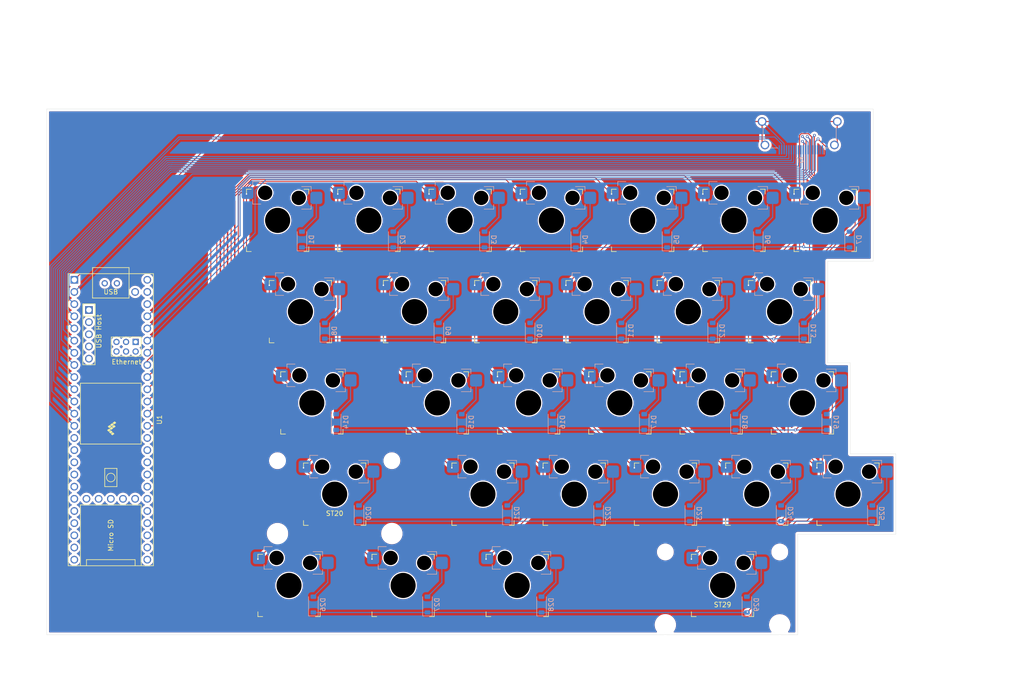
<source format=kicad_pcb>
(kicad_pcb (version 20240108) (generator "pcbnew") (generator_version "8.0")
  (layers (0 "F.Cu" signal) (31 "B.Cu" signal) (34 "B.Paste" user) (35 "F.Paste" user) (36 "B.SilkS" user "B.Silkscreen") (37 "F.SilkS" user "F.Silkscreen") (38 "B.Mask" user) (39 "F.Mask" user) (44 "Edge.Cuts" user))
  (net 0 "")
  (net 1 "COL0")
  (net 2 "COL1")
  (net 3 "COL2")
  (net 4 "COL3")
  (net 5 "COL4")
  (net 6 "COL5")
  (net 7 "COL6")
  (net 8 "N$1")
  (net 9 "N$10")
  (net 10 "N$11")
  (net 11 "N$12")
  (net 12 "N$13")
  (net 13 "N$14")
  (net 14 "N$15")
  (net 15 "N$16")
  (net 16 "N$17")
  (net 17 "N$18")
  (net 18 "N$19")
  (net 19 "N$2")
  (net 20 "N$20")
  (net 21 "N$21")
  (net 22 "N$22")
  (net 23 "N$23")
  (net 24 "N$24")
  (net 25 "N$25")
  (net 26 "N$26")
  (net 27 "N$27")
  (net 28 "N$28")
  (net 29 "N$29")
  (net 30 "N$3")
  (net 31 "N$4")
  (net 32 "N$5")
  (net 33 "N$6")
  (net 34 "N$7")
  (net 35 "N$8")
  (net 36 "N$9")
  (net 37 "ROW0")
  (net 38 "ROW1")
  (net 39 "ROW2")
  (net 40 "ROW3")
  (net 41 "ROW4")
  (net 43 "RCOL4")
  (net 44 "GND")
  (net 45 "RCOL0")
  (net 46 "RCOL6")
  (net 49 "RCOL7")
  (net 50 "RCOL8")
  (net 51 "RCOL1")
  (net 52 "RCOL5")
  (net 53 "RCOL2")
  (net 54 "RCOL3")
  (net 55 "RCOL9")
  (footprint "key-switches:SW_Gateron_LowProfile_HotSwap_Good" (layer "F.Cu") (at 116.4375 114.95)
    (property "Reference" "SW28" (hide yes))
    (property "Value" "SW_Push" (hide yes))
  )
  (footprint "key-switches:SW_Gateron_LowProfile_HotSwap_Good" (layer "F.Cu") (at 114.05625 57.8)
    (property "Reference" "SW10" (hide yes))
    (property "Value" "SW_Push" (hide yes))
  )
  (footprint "key-switches:SW_Gateron_LowProfile_HotSwap_Good" (layer "F.Cu") (at 123.58125 38.75)
    (property "Reference" "SW4" (hide yes))
    (property "Value" "SW_Push" (hide yes))
  )
  (footprint "key-switches:SW_Gateron_LowProfile_HotSwap_Good" (layer "F.Cu") (at 66.43125 38.75)
    (property "Reference" "SW1" (hide yes))
    (property "Value" "SW_Push" (hide yes))
  )
  (footprint "key-switches:SW_Gateron_LowProfile_HotSwap_Good" (layer "F.Cu") (at 128.34375 95.9)
    (property "Reference" "SW22" (hide yes))
    (property "Value" "SW_Push" (hide yes))
  )
  (footprint "key-switches:SW_Gateron_LowProfile_HotSwap_Good" (layer "F.Cu") (at 71.19375 57.8)
    (property "Reference" "SW8" (hide yes))
    (property "Value" "SW_Push" (hide yes))
  )
  (footprint "Stabilizer_Cherry_MX_2.00u" (layer "F.Cu") (at 159.3 114.95)
    (property "Reference" "ST29")
    (property "Value" "MountingHole" (hide yes))
  )
  (footprint "key-switches:SW_Gateron_LowProfile_HotSwap_Good" (layer "F.Cu") (at 159.3 114.95)
    (property "Reference" "SW29" (hide yes))
    (property "Value" "SW_Push" (hide yes))
  )
  (footprint "key-switches:SW_Gateron_LowProfile_HotSwap_Good" (layer "F.Cu") (at 73.575 76.85)
    (property "Reference" "SW14" (hide yes))
    (property "Value" "SW_Push" (hide yes))
  )
  (footprint "key-switches:SW_Gateron_LowProfile_HotSwap_Good" (layer "F.Cu") (at 166.44375 95.9)
    (property "Reference" "SW24" (hide yes))
    (property "Value" "SW_Push" (hide yes))
  )
  (footprint "key-switches:SW_Gateron_LowProfile_HotSwap_Good" (layer "F.Cu") (at 92.625 114.95)
    (property "Reference" "SW27" (hide yes))
    (property "Value" "SW_Push" (hide yes))
  )
  (footprint "key-switches:SW_Gateron_LowProfile_HotSwap_Good" (layer "F.Cu") (at 118.81875 76.85)
    (property "Reference" "SW16" (hide yes))
    (property "Value" "SW_Push" (hide yes))
  )
  (footprint "key-switches:SW_Gateron_LowProfile_HotSwap_Good" (layer "F.Cu") (at 156.91875 76.85)
    (property "Reference" "SW18" (hide yes))
    (property "Value" "SW_Push" (hide yes))
  )
  (footprint "key-switches:SW_Gateron_LowProfile_HotSwap_Good" (layer "F.Cu") (at 161.68125 38.75)
    (property "Reference" "SW6" (hide yes))
    (property "Value" "SW_Push" (hide yes))
  )
  (footprint "key-switches:SW_Gateron_LowProfile_HotSwap_Good" (layer "F.Cu") (at 99.76875 76.85)
    (property "Reference" "SW15" (hide yes))
    (property "Value" "SW_Push" (hide yes))
  )
  (footprint "key-switches:SW_Gateron_LowProfile_HotSwap_Good" (layer "F.Cu") (at 180.73125 38.75)
    (property "Reference" "SW7" (hide yes))
    (property "Value" "SW_Push" (hide yes))
  )
  (footprint "key-switches:SW_Gateron_LowProfile_HotSwap_Good" (layer "F.Cu") (at 68.8125 114.95)
    (property "Reference" "SW26" (hide yes))
    (property "Value" "SW_Push" (hide yes))
  )
  (footprint "key-switches:SW_Gateron_LowProfile_HotSwap_Good" (layer "F.Cu") (at 85.48125 38.75)
    (property "Reference" "SW2" (hide yes))
    (property "Value" "SW_Push" (hide yes))
  )
  (footprint "key-switches:SW_Gateron_LowProfile_HotSwap_Good" (layer "F.Cu") (at 152.15625 57.8)
    (property "Reference" "SW12" (hide yes))
    (property "Value" "SW_Push" (hide yes))
  )
  (footprint "key-switches:SW_Gateron_LowProfile_HotSwap_Good" (layer "F.Cu") (at 175.96875 76.85)
    (property "Reference" "SW19" (hide yes))
    (property "Value" "SW_Push" (hide yes))
  )
  (footprint "key-switches:SW_Gateron_LowProfile_HotSwap_Good" (layer "F.Cu") (at 78.3375 95.9)
    (property "Reference" "SW20" (hide yes))
    (property "Value" "SW_Push" (hide yes))
  )
  (footprint "key-switches:SW_Gateron_LowProfile_HotSwap_Good" (layer "F.Cu") (at 137.86875 76.85)
    (property "Reference" "SW17" (hide yes))
    (property "Value" "SW_Push" (hide yes))
  )
  (footprint "key-switches:SW_Gateron_LowProfile_HotSwap_Good" (layer "F.Cu") (at 185.49375 95.9)
    (property "Reference" "SW25" (hide yes))
    (property "Value" "SW_Push" (hide yes))
  )
  (footprint "teensy:Teensy41" (layer "F.Cu") (at 31.61125 80.36 -90)
    (property "Reference" "U1")
    (property "Value" "Teensy4.1")
  )
  (footprint "key-switches:SW_Gateron_LowProfile_HotSwap_Good" (layer "F.Cu") (at 142.63125 38.75)
    (property "Reference" "SW5" (hide yes))
    (property "Value" "SW_Push" (hide yes))
  )
  (footprint "key-switches:SW_Gateron_LowProfile_HotSwap_Good" (layer "F.Cu") (at 95.00625 57.8)
    (property "Reference" "SW9" (hide yes))
    (property "Value" "SW_Push" (hide yes))
  )
  (footprint "key-switches:SW_Gateron_LowProfile_HotSwap_Good" (layer "F.Cu") (at 133.10625 57.8)
    (property "Reference" "SW11" (hide yes))
    (property "Value" "SW_Push" (hide yes))
  )
  (footprint "Stabilizer_Cherry_MX_2.00u" (layer "F.Cu") (at 78.3375 95.9)
    (property "Reference" "ST20")
    (property "Value" "MountingHole" (hide yes))
  )
  (footprint "key-switches:SW_Gateron_LowProfile_HotSwap_Good" (layer "F.Cu") (at 171.20625 57.8)
    (property "Reference" "SW13" (hide yes))
    (property "Value" "SW_Push" (hide yes))
  )
  (footprint "key-switches:SW_Gateron_LowProfile_HotSwap_Good" (layer "F.Cu") (at 147.39375 95.9)
    (property "Reference" "SW23" (hide yes))
    (property "Value" "SW_Push" (hide yes))
  )
  (footprint "key-switches:SW_Gateron_LowProfile_HotSwap_Good" (layer "F.Cu") (at 104.53125 38.75)
    (property "Reference" "SW3" (hide yes))
    (property "Value" "SW_Push" (hide yes))
  )
  (footprint "key-switches:SW_Gateron_LowProfile_HotSwap_Good" (layer "F.Cu") (at 109.29375 95.9)
    (property "Reference" "SW21" (hide yes))
    (property "Value" "SW_Push" (hide yes))
  )
  (footprint "D_SOD-123" (layer "B.Cu") (at 157.23625 61.8 90)
    (property "Reference" "D12")
    (property "Value" "D")
  )
  (footprint "D_SOD-123" (layer "B.Cu") (at 119.13625 61.8 90)
    (property "Reference" "D10")
    (property "Value" "D")
  )
  (footprint "D_SOD-123" (layer "B.Cu") (at 190.57375 99.9 90)
    (property "Reference" "D25")
    (property "Value" "D")
  )
  (footprint "D_SOD-123" (layer "B.Cu") (at 176.28625 61.8 90)
    (property "Reference" "D13")
    (property "Value" "D")
  )
  (footprint "D_SOD-123" (layer "B.Cu") (at 164.38 118.95 90)
    (property "Reference" "D29")
    (property "Value" "D")
  )
  (footprint "D_SOD-123" (layer "B.Cu") (at 138.18625 61.8 90)
    (property "Reference" "D11")
    (property "Value" "D")
  )
  (footprint "D_SOD-123" (layer "B.Cu") (at 73.8925 118.95 90)
    (property "Reference" "D26")
    (property "Value" "D")
  )
  (footprint "D_SOD-123" (layer "B.Cu") (at 76.27375 61.8 90)
    (property "Reference" "D8")
    (property "Value" "D")
  )
  (footprint "D_SOD-123" (layer "B.Cu") (at 78.655 80.85 90)
    (property "Reference" "D14")
    (property "Value" "D")
  )
  (footprint "D_SOD-123" (layer "B.Cu") (at 152.47375 99.9 90)
    (property "Reference" "D23")
    (property "Value" "D")
  )
  (footprint "D_SOD-123" (layer "B.Cu") (at 83.4175 99.9 90)
    (property "Reference" "D20")
    (property "Value" "D")
  )
  (footprint "D_SOD-123" (layer "B.Cu") (at 161.99875 80.85 90)
    (property "Reference" "D18")
    (property "Value" "D")
  )
  (footprint "D_SOD-123" (layer "B.Cu") (at 114.37375 99.9 90)
    (property "Reference" "D21")
    (property "Value" "D")
  )
  (footprint "D_SOD-123" (layer "B.Cu") (at 185.81125 42.75 90)
    (property "Reference" "D7")
    (property "Value" "D")
  )
  (footprint "D_SOD-123" (layer "B.Cu") (at 133.42375 99.9 90)
    (property "Reference" "D22")
    (property "Value" "D")
  )
  (footprint "D_SOD-123" (layer "B.Cu") (at 121.5175 118.95 90)
    (property "Reference" "D28")
    (property "Value" "D")
  )
  (footprint "D_SOD-123" (layer "B.Cu") (at 128.66125 42.75 90)
    (property "Reference" "D4")
    (property "Value" "D")
  )
  (footprint "D_SOD-123" (layer "B.Cu") (at 109.61125 42.75 90)
    (property "Reference" "D3")
    (property "Value" "D")
  )
  (footprint "D_SOD-123" (layer "B.Cu") (at 100.08625 61.8 90)
    (property "Reference" "D9")
    (property "Value" "D")
  )
  (footprint "Connector_Video:HDMI_A_Amphenol_10029449-x01xLF_Horizontal" (layer "B.Cu") (at 175.40125 19.01)
    (property "Reference" "J2")
    (property "Value" "HDMI_A")
  )
  (footprint "D_SOD-123" (layer "B.Cu") (at 147.71125 42.75 90)
    (property "Reference" "D5")
    (property "Value" "D")
  )
  (footprint "D_SOD-123" (layer "B.Cu") (at 142.94875 80.85 90)
    (property "Reference" "D17")
    (property "Value" "D")
  )
  (footprint "D_SOD-123" (layer "B.Cu") (at 71.51125 42.75 90)
    (property "Reference" "D1")
    (property "Value" "D")
  )
  (footprint "D_SOD-123" (layer "B.Cu") (at 90.56125 42.75 90)
    (property "Reference" "D2")
    (property "Value" "D")
  )
  (footprint "D_SOD-123" (layer "B.Cu") (at 181.04875 80.85 90)
    (property "Reference" "D19")
    (property "Value" "D")
  )
  (footprint "D_SOD-123" (layer "B.Cu") (at 123.89875 80.85 90)
    (property "Reference" "D16")
    (property "Value" "D")
  )
  (footprint "D_SOD-123" (layer "B.Cu") (at 104.84875 80.85 90)
    (property "Reference" "D15")
    (property "Value" "D")
  )
  (footprint "D_SOD-123" (layer "B.Cu") (at 171.52375 99.9 90)
    (property "Reference" "D24")
    (property "Value" "D")
  )
  (footprint "D_SOD-123" (layer "B.Cu") (at 166.76125 42.75 90)
    (property "Reference" "D6")
    (property "Value" "D")
  )
  (footprint "D_SOD-123" (layer "B.Cu") (at 97.705 118.95 90)
    (property "Reference" "D27")
    (property "Value" "D")
  )
  (gr_line (start 195.48125 87.5) (end 195.48125 104.25) (stroke (width 0.05)) (layer "Edge.Cuts"))
  (gr_line (start 190.73125 15.5) (end 30.98125 15.5) (stroke (width 0.05)) (layer "Edge.Cuts"))
  (gr_line (start 18.23125 62) (end 18.23125 15.5) (stroke (width 0.05)) (layer "Edge.Cuts"))
  (gr_line (start 190.73125 47.25) (end 181.23125 47.25) (stroke (width 0.05)) (layer "Edge.Cuts"))
  (gr_line (start 185.98125 87.5) (end 195.48125 87.5) (stroke (width 0.05)) (layer "Edge.Cuts"))
  (gr_line (start 181.23125 68.5) (end 185.98125 68.5) (stroke (width 0.05)) (layer "Edge.Cuts"))
  (gr_line (start 195.48125 104.25) (end 174.98125 104.25) (stroke (width 0.05)) (layer "Edge.Cuts"))
  (gr_line (start 18.23125 15.5) (end 30.98125 15.5) (stroke (width 0.05)) (layer "Edge.Cuts"))
  (gr_line (start 18.23125 62) (end 18.23125 125.25) (stroke (width 0.05)) (layer "Edge.Cuts"))
  (gr_line (start 181.23125 47.25) (end 181.23125 68.5) (stroke (width 0.05)) (layer "Edge.Cuts"))
  (gr_line (start 190.73125 31.75) (end 190.73125 47.25) (stroke (width 0.05)) (layer "Edge.Cuts"))
  (gr_line (start 185.98125 68.5) (end 185.98125 87.5) (stroke (width 0.05)) (layer "Edge.Cuts"))
  (gr_line (start 174.98125 104.25) (end 174.98125 125.25) (stroke (width 0.05)) (layer "Edge.Cuts"))
  (gr_line (start 174.98125 125.25) (end 51.98125 125.25) (stroke (width 0.05)) (layer "Edge.Cuts"))
  (gr_line (start 190.73125 31.75) (end 190.73125 15.5) (stroke (width 0.05)) (layer "Edge.Cuts"))
  (gr_line (start 18.23125 125.25) (end 51.98125 125.25) (stroke (width 0.05)) (layer "Edge.Cuts"))
  (segment (start 68.7434 105.40035) (end 67.075 107.06875) (width 0.2) (layer "F.Cu") (net 1))
  (segment (start 64.69375 107.06875) (end 62.3125 109.45) (width 0.2) (layer "F.Cu") (net 1))
  (segment (start 68.7434 73.0184) (end 68.7434 81.5) (width 0.2) (layer "F.Cu") (net 1))
  (segment (start 59.93125 33.25) (end 59.93125 47.5375) (width 0.2) (layer "F.Cu") (net 1))
  (segment (start 59.93125 47.5375) (end 64.69375 52.3) (width 0.2) (layer "F.Cu") (net 1))
  (segment (start 64.69375 68.96875) (end 67.075 71.35) (width 0.2) (layer "F.Cu") (net 1))
  (segment (start 67.075 71.35) (end 68.7434 73.0184) (width 0.2) (layer "F.Cu") (net 1))
  (segment (start 64.69375 52.3) (end 64.69375 68.96875) (width 0.2) (layer "F.Cu") (net 1))
  (segment (start 39.23125 81.63) (end 68.6134 81.63) (width 0.2) (layer "F.Cu") (net 1))
  (segment (start 67.075 107.06875) (end 64.69375 107.06875) (width 0.2) (layer "F.Cu") (net 1))
  (segment (start 68.6134 81.63) (end 68.7434 81.5) (width 0.2) (layer "F.Cu") (net 1))
  (segment (start 68.7434 81.5) (end 68.7434 105.40035) (width 0.2) (layer "F.Cu") (net 1))
  (via (at 59.93125 33.25) (size 0.6) (drill 0.3) (layers "F.Cu" "B.Cu") (net 1))
  (via (at 67.075 71.35) (size 0.6) (drill 0.3) (layers "F.Cu" "B.Cu") (net 1))
  (via (at 62.3125 109.45) (size 0.6) (drill 0.3) (layers "F.Cu" "B.Cu") (net 1))
  (via (at 64.69375 52.3) (size 0.6) (drill 0.3) (layers "F.Cu" "B.Cu") (net 1))
  (segment (start 77.5875 84.65) (end 71.8375 90.4) (width 0.2) (layer "F.Cu") (net 2))
  (segment (start 78.98125 67.236465) (end 76.125 70.092715) (width 0.2) (layer "F.Cu") (net 2))
  (segment (start 76.73125 31) (end 78.98125 33.25) (width 0.2) (layer "F.Cu") (net 2))
  (segment (start 71.8375 90.4) (end 75.0625 93.625) (width 0.2) (layer "F.Cu") (net 2))
  (segment (start 77.5875 74.378795) (end 77.5875 84.65) (width 0.2) (layer "F.Cu") (net 2))
  (segment (start 39.23125 79.09) (end 59.33125 58.99) (width 0.2) (layer "F.Cu") (net 2))
  (segment (start 78.98125 33.25) (end 78.98125 67.236465) (width 0.2) (layer "F.Cu") (net 2))
  (segment (start 75.0625 93.625) (end 75.0625 98.3875) (width 0.2) (layer "F.Cu") (net 2))
  (segment (start 76.125 70.092715) (end 76.125 72.916295) (width 0.2) (layer "F.Cu") (net 2))
  (segment (start 59.33125 58.99) (end 59.33125 33.001471) (width 0.2) (layer "F.Cu") (net 2))
  (segment (start 75.0625 98.3875) (end 86.125 109.45) (width 0.2) (layer "F.Cu") (net 2))
  (segment (start 76.125 72.916295) (end 77.5875 74.378795) (width 0.2) (layer "F.Cu") (net 2))
  (segment (start 61.332721 31) (end 76.73125 31) (width 0.2) (layer "F.Cu") (net 2))
  (segment (start 59.33125 33.001471) (end 61.332721 31) (width 0.2) (layer "F.Cu") (net 2))
  (via (at 86.125 109.45) (size 0.6) (drill 0.3) (layers "F.Cu" "B.Cu") (net 2))
  (via (at 78.98125 33.25) (size 0.6) (drill 0.3) (layers "F.Cu" "B.Cu") (net 2))
  (via (at 71.8375 90.4) (size 0.6) (drill 0.3) (layers "F.Cu" "B.Cu") (net 2))
  (segment (start 95.38125 30.6) (end 98.03125 33.25) (width 0.2) (layer "F.Cu") (net 3))
  (segment (start 58.23125 57.55) (end 58.23125 33.535785) (width 0.2) (layer "F.Cu") (net 3))
  (segment (start 93.26875 80.875) (end 102.79375 90.4) (width 0.2) (layer "F.Cu") (net 3))
  (segment (start 88.50625 66.5875) (end 93.26875 71.35) (width 0.2) (layer "F.Cu") (net 3))
  (segment (start 61.167035 30.6) (end 95.38125 30.6) (width 0.2) (layer "F.Cu") (net 3))
  (segment (start 39.23125 76.55) (end 58.23125 57.55) (width 0.2) (layer "F.Cu") (net 3))
  (segment (start 98.03125 42.775) (end 88.50625 52.3) (width 0.2) (layer "F.Cu") (net 3))
  (segment (start 58.23125 33.535785) (end 61.167035 30.6) (width 0.2) (layer "F.Cu") (net 3))
  (segment (start 98.03125 33.25) (end 98.03125 42.775) (width 0.2) (layer "F.Cu") (net 3))
  (segment (start 88.50625 52.3) (end 88.50625 66.5875) (width 0.2) (layer "F.Cu") (net 3))
  (segment (start 93.26875 71.35) (end 93.26875 80.875) (width 0.2) (layer "F.Cu") (net 3))
  (via (at 102.79375 90.4) (size 0.6) (drill 0.3) (layers "F.Cu" "B.Cu") (net 3))
  (via (at 93.26875 71.35) (size 0.6) (drill 0.3) (layers "F.Cu" "B.Cu") (net 3))
  (via (at 98.03125 33.25) (size 0.6) (drill 0.3) (layers "F.Cu" "B.Cu") (net 3))
  (via (at 88.50625 52.3) (size 0.6) (drill 0.3) (layers "F.Cu" "B.Cu") (net 3))
  (segment (start 107.55625 52.3) (end 107.55625 66.5875) (width 0.2) (layer "F.Cu") (net 4))
  (segment (start 56.73125 56.51) (end 56.73125 34.4701) (width 0.2) (layer "F.Cu") (net 4))
  (segment (start 121.84375 97.54375) (end 109.9375 109.45) (width 0.2) (layer "F.Cu") (net 4))
  (segment (start 117.08125 42.775) (end 107.55625 52.3) (width 0.2) (layer "F.Cu") (net 4))
  (segment (start 121.84375 90.4) (end 121.84375 97.54375) (width 0.2) (layer "F.Cu") (net 4))
  (segment (start 61.00135 30.2) (end 114.03125 30.2) (width 0.2) (layer "F.Cu") (net 4))
  (segment (start 117.08125 33.25) (end 117.08125 42.775) (width 0.2) (layer "F.Cu") (net 4))
  (segment (start 112.31875 71.35) (end 112.31875 80.875) (width 0.2) (layer "F.Cu") (net 4))
  (segment (start 112.31875 80.875) (end 121.84375 90.4) (width 0.2) (layer "F.Cu") (net 4))
  (segment (start 107.55625 66.5875) (end 112.31875 71.35) (width 0.2) (layer "F.Cu") (net 4))
  (segment (start 114.03125 30.2) (end 117.08125 33.25) (width 0.2) (layer "F.Cu") (net 4))
  (segment (start 56.73125 34.4701) (end 61.00135 30.2) (width 0.2) (layer "F.Cu") (net 4))
  (segment (start 39.23125 74.01) (end 56.73125 56.51) (width 0.2) (layer "F.Cu") (net 4))
  (via (at 107.55625 52.3) (size 0.6) (drill 0.3) (layers "F.Cu" "B.Cu") (net 4))
  (via (at 112.31875 71.35) (size 0.6) (drill 0.3) (layers "F.Cu" "B.Cu") (net 4))
  (via (at 109.9375 109.45) (size 0.6) (drill 0.3) (layers "F.Cu" "B.Cu") (net 4))
  (via (at 117.08125 33.25) (size 0.6) (drill 0.3) (layers "F.Cu" "B.Cu") (net 4))
  (via (at 121.84375 90.4) (size 0.6) (drill 0.3) (layers "F.Cu" "B.Cu") (net 4))
  (segment (start 55.23125 55.47) (end 55.23125 35.404414) (width 0.2) (layer "F.Cu") (net 5))
  (segment (start 131.36875 71.35) (end 131.36875 80.875) (width 0.2) (layer "F.Cu") (net 5))
  (segment (start 131.36875 80.875) (end 140.89375 90.4) (width 0.2) (layer "F.Cu") (net 5))
  (segment (start 136.13125 33.25) (end 136.13125 42.775) (width 0.2) (layer "F.Cu") (net 5))
  (segment (start 132.68125 29.8) (end 136.13125 33.25) (width 0.2) (layer "F.Cu") (net 5))
  (segment (start 126.60625 52.3) (end 126.60625 66.5875) (width 0.2) (layer "F.Cu") (net 5))
  (segment (start 55.23125 35.404414) (end 60.835664 29.8) (width 0.2) (layer "F.Cu") (net 5))
  (segment (start 39.23125 71.47) (end 55.23125 55.47) (width 0.2) (layer "F.Cu") (net 5))
  (segment (start 126.60625 66.5875) (end 131.36875 71.35) (width 0.2) (layer "F.Cu") (net 5))
  (segment (start 136.13125 42.775) (end 126.60625 52.3) (width 0.2) (layer "F.Cu") (net 5))
  (segment (start 60.835664 29.8) (end 132.68125 29.8) (width 0.2) (layer "F.Cu") (net 5))
  (via (at 131.36875 71.35) (size 0.6) (drill 0.3) (layers "F.Cu" "B.Cu") (net 5))
  (via (at 140.89375 90.4) (size 0.6) (drill 0.3) (layers "F.Cu" "B.Cu") (net 5))
  (via (at 126.60625 52.3) (size 0.6) (drill 0.3) (layers "F.Cu" "B.Cu") (net 5))
  (via (at 136.13125 33.25) (size 0.6) (drill 0.3) (layers "F.Cu" "B.Cu") (net 5))
  (segment (start 150.41875 71.35) (end 150.41875 80.875) (width 0.2) (layer "F.Cu") (net 6))
  (segment (start 151.33125 29.4) (end 155.18125 33.25) (width 0.2) (layer "F.Cu") (net 6))
  (segment (start 145.65625 66.5875) (end 150.41875 71.35) (width 0.2) (layer "F.Cu") (net 6))
  (segment (start 159.94375 90.4) (end 159.94375 102.30625) (width 0.2) (layer "F.Cu") (net 6))
  (segment (start 150.41875 80.875) (end 159.94375 90.4) (width 0.2) (layer "F.Cu") (net 6))
  (segment (start 155.18125 33.25) (end 155.18125 42.775) (width 0.2) (layer "F.Cu") (net 6))
  (segment (start 155.18125 42.775) (end 145.65625 52.3) (width 0.2) (layer "F.Cu") (net 6))
  (segment (start 39.23125 68) (end 53.73125 53.5) (width 0.2) (layer "F.Cu") (net 6))
  (segment (start 53.73125 53.5) (end 53.73125 36.338728) (width 0.2) (layer "F.Cu") (net 6))
  (segment (start 39.23125 68.93) (end 39.23125 68) (width 0.2) (layer "F.Cu") (net 6))
  (segment (start 145.65625 52.3) (end 145.65625 66.5875) (width 0.2) (layer "F.Cu") (net 6))
  (segment (start 159.94375 102.30625) (end 152.8 109.45) (width 0.2) (layer "F.Cu") (net 6))
  (segment (start 53.73125 36.338728) (end 60.669978 29.4) (width 0.2) (layer "F.Cu") (net 6))
  (segment (start 60.669978 29.4) (end 151.33125 29.4) (width 0.2) (layer "F.Cu") (net 6))
  (via (at 152.8 109.45) (size 0.6) (drill 0.3) (layers "F.Cu" "B.Cu") (net 6))
  (via (at 159.94375 90.4) (size 0.6) (drill 0.3) (layers "F.Cu" "B.Cu") (net 6))
  (via (at 155.18125 33.25) (size 0.6) (drill 0.3) (layers "F.Cu" "B.Cu") (net 6))
  (via (at 150.41875 71.35) (size 0.6) (drill 0.3) (layers "F.Cu" "B.Cu") (net 6))
  (via (at 145.65625 52.3) (size 0.6) (drill 0.3) (layers "F.Cu" "B.Cu") (net 6))
  (segment (start 164.70625 66.5875) (end 169.46875 71.35) (width 0.2) (layer "F.Cu") (net 7))
  (segment (start 52.48125 37.023042) (end 60.504292 29) (width 0.2) (layer "F.Cu") (net 7))
  (segment (start 164.70625 52.3) (end 164.70625 66.5875) (width 0.2) (layer "F.Cu") (net 7))
  (segment (start 60.504292 29) (end 169.98125 29) (width 0.2) (layer "F.Cu") (net 7))
  (segment (start 174.23125 33.25) (end 174.23125 42.775) (width 0.2) (layer "F.Cu") (net 7))
  (segment (start 39.23125 66.39) (end 52.48125 53.14) (width 0.2) (layer "F.Cu") (net 7))
  (segment (start 52.48125 53.14) (end 52.48125 37.023042) (width 0.2) (layer "F.Cu") (net 7))
  (segment (start 174.23125 42.775) (end 164.70625 52.3) (width 0.2) (layer "F.Cu") (net 7))
  (segment (start 169.46875 71.35) (end 169.46875 80.875) (width 0.2) (layer "F.Cu") (net 7))
  (segment (start 169.46875 80.875) (end 178.99375 90.4) (width 0.2) (layer "F.Cu") (net 7))
  (segment (start 169.98125 29) (end 174.23125 33.25) (width 0.2) (layer "F.Cu") (net 7))
  (via (at 174.23125 33.25) (size 0.6) (drill 0.3) (layers "F.Cu" "B.Cu") (net 7))
  (via (at 169.46875 71.35) (size 0.6) (drill 0.3) (layers "F.Cu" "B.Cu") (net 7))
  (via (at 178.99375 90.4) (size 0.6) (drill 0.3) (layers "F.Cu" "B.Cu") (net 7))
  (via (at 164.70625 52.3) (size 0.6) (drill 0.3) (layers "F.Cu" "B.Cu") (net 7))
  (segment (start 74.50625 34.05) (end 74.50625 38.105) (width 0.2) (layer "B.Cu") (net 8))
  (segment (start 74.50625 38.105) (end 71.51125 41.1) (width 0.2) (layer "B.Cu") (net 8))
  (segment (start 122.13125 53.1) (end 122.13125 57.155) (width 0.2) (layer "B.Cu") (net 9))
  (segment (start 122.13125 57.155) (end 119.13625 60.15) (width 0.2) (layer "B.Cu") (net 9))
  (segment (start 141.18125 57.155) (end 138.18625 60.15) (width 0.2) (layer "B.Cu") (net 10))
  (segment (start 141.18125 53.1) (end 141.18125 57.155) (width 0.2) (layer "B.Cu") (net 10))
  (segment (start 160.23125 57.155) (end 157.23625 60.15) (width 0.2) (layer "B.Cu") (net 11))
  (segment (start 160.23125 53.1) (end 160.23125 57.155) (width 0.2) (layer "B.Cu") (net 11))
  (segment (start 179.28125 53.1) (end 179.28125 57.155) (width 0.2) (layer "B.Cu") (net 12))
  (segment (start 179.28125 57.155) (end 176.28625 60.15) (width 0.2) (layer "B.Cu") (net 12))
  (segment (start 81.65 76.205) (end 78.655 79.2) (width 0.2) (layer "B.Cu") (net 13))
  (segment (start 81.65 72.15) (end 81.65 76.205) (width 0.2) (layer "B.Cu") (net 13))
  (segment (start 107.84375 72.15) (end 107.84375 76.205) (width 0.2) (layer "B.Cu") (net 14))
  (segment (start 107.84375 76.205) (end 104.84875 79.2) (width 0.2) (layer "B.Cu") (net 14))
  (segment (start 126.89375 72.15) (end 126.89375 76.205) (width 0.2) (layer "B.Cu") (net 15))
  (segment (start 126.89375 76.205) (end 123.89875 79.2) (width 0.2) (layer "B.Cu") (net 15))
  (segment (start 145.94375 76.205) (end 142.94875 79.2) (width 0.2) (layer "B.Cu") (net 16))
  (segment (start 145.94375 72.15) (end 145.94375 76.205) (width 0.2) (layer "B.Cu") (net 16))
  (segment (start 164.99375 76.205) (end 161.99875 79.2) (width 0.2) (layer "B.Cu") (net 17))
  (segment (start 164.99375 72.15) (end 164.99375 76.205) (width 0.2) (layer "B.Cu") (net 17))
  (segment (start 184.04375 72.15) (end 184.04375 76.205) (width 0.2) (layer "B.Cu") (net 18))
  (segment (start 184.04375 76.205) (end 181.04875 79.2) (width 0.2) (layer "B.Cu") (net 18))
  (segment (start 93.55625 34.05) (end 93.55625 38.105) (width 0.2) (layer "B.Cu") (net 19))
  (segment (start 93.55625 38.105) (end 90.56125 41.1) (width 0.2) (layer "B.Cu") (net 19))
  (segment (start 86.4125 95.255) (end 83.4175 98.25) (width 0.2) (layer "B.Cu") (net 20))
  (segment (start 86.4125 91.2) (end 86.4125 95.255) (width 0.2) (layer "B.Cu") (net 20))
  (segment (start 117.36875 91.2) (end 117.36875 95.255) (width 0.2) (layer "B.Cu") (net 21))
  (segment (start 117.36875 95.255) (end 114.37375 98.25) (width 0.2) (layer "B.Cu") (net 21))
  (segment (start 136.41875 95.255) (end 133.42375 98.25) (width 0.2) (layer "B.Cu") (net 22))
  (segment (start 136.41875 91.2) (end 136.41875 95.255) (width 0.2) (layer "B.Cu") (net 22))
  (segment (start 155.46875 95.255) (end 152.47375 98.25) (width 0.2) (layer "B.Cu") (net 23))
  (segment (start 155.46875 91.2) (end 155.46875 95.255) (width 0.2) (layer "B.Cu") (net 23))
  (segment (start 174.51875 95.255) (end 171.52375 98.25) (width 0.2) (layer "B.Cu") (net 24))
  (segment (start 174.51875 91.2) (end 174.51875 95.255) (width 0.2) (layer "B.Cu") (net 24))
  (segment (start 193.56875 91.2) (end 193.56875 95.255) (width 0.2) (layer "B.Cu") (net 25))
  (segment (start 193.56875 95.255) (end 190.57375 98.25) (width 0.2) (layer "B.Cu") (net 25))
  (segment (start 76.8875 110.25) (end 76.8875 114.305) (width 0.2) (layer "B.Cu") (net 26))
  (segment (start 76.8875 114.305) (end 73.8925 117.3) (width 0.2) (layer "B.Cu") (net 26))
  (segment (start 100.7 110.25) (end 100.7 114.305) (width 0.2) (layer "B.Cu") (net 27))
  (segment (start 100.7 114.305) (end 97.705 117.3) (width 0.2) (layer "B.Cu") (net 27))
  (segment (start 124.5125 114.305) (end 121.5175 117.3) (width 0.2) (layer "B.Cu") (net 28))
  (segment (start 124.5125 110.25) (end 124.5125 114.305) (width 0.2) (layer "B.Cu") (net 28))
  (segment (start 167.375 114.305) (end 164.38 117.3) (width 0.2) (layer "B.Cu") (net 29))
  (segment (start 167.375 110.25) (end 167.375 114.305) (width 0.2) (layer "B.Cu") (net 29))
  (segment (start 112.60625 34.05) (end 112.60625 38.105) (width 0.2) (layer "B.Cu") (net 30))
  (segment (start 112.60625 38.105) (end 109.61125 41.1) (width 0.2) (layer "B.Cu") (net 30))
  (segment (start 131.65625 34.05) (end 131.65625 38.105) (width 0.2) (layer "B.Cu") (net 31))
  (segment (start 131.65625 38.105) (end 128.66125 41.1) (width 0.2) (layer "B.Cu") (net 31))
  (segment (start 150.70625 34.05) (end 150.70625 38.105) (width 0.2) (layer "B.Cu") (net 32))
  (segment (start 150.70625 38.105) (end 147.71125 41.1) (width 0.2) (layer "B.Cu") (net 32))
  (segment (start 169.75625 34.05) (end 169.75625 38.105) (width 0.2) (layer "B.Cu") (net 33))
  (segment (start 169.75625 38.105) (end 166.76125 41.1) (width 0.2) (layer "B.Cu") (net 33))
  (segment (start 188.80625 38.105) (end 185.81125 41.1) (width 0.2) (layer "B.Cu") (net 34))
  (segment (start 188.80625 34.05) (end 188.80625 38.105) (width 0.2) (layer "B.Cu") (net 34))
  (segment (start 79.26875 53.1) (end 79.26875 57.155) (width 0.2) (layer "B.Cu") (net 35))
  (segment (start 79.26875 57.155) (end 76.27375 60.15) (width 0.2) (layer "B.Cu") (net 35))
  (segment (start 103.08125 57.155) (end 100.08625 60.15) (width 0.2) (layer "B.Cu") (net 36))
  (segment (start 103.08125 53.1) (end 103.08125 57.155) (width 0.2) (layer "B.Cu") (net 36))
  (segment (start 176.23125 22.5) (end 175.98125 22.25) (width 0.2) (layer "F.Cu") (net 37))
  (segment (start 176.23125 44.25) (end 176.23125 22.5) (width 0.2) (layer "F.Cu") (net 37))
  (via (at 176.23125 44.25) (size 0.6) (drill 0.3) (layers "F.Cu" "B.Cu") (net 37))
  (via (at 175.98125 22.25) (size 0.6) (drill 0.3) (layers "F.Cu" "B.Cu") (net 37))
  (segment (start 176.23125 44.25) (end 176.23125 44.4) (width 0.2) (layer "B.Cu") (net 37))
  (segment (start 147.71125 44.4) (end 176.23125 44.25) (width 0.2) (layer "B.Cu") (net 37))
  (segment (start 22.89125 55.13) (end 22.89125 50.05) (width 0.2) (layer "B.Cu") (net 37))
  (segment (start 185.33125 44.4) (end 185.48125 44.25) (width 0.2) (layer "B.Cu") (net 37))
  (segment (start 176.23125 44.4) (end 185.33125 44.4) (width 0.2) (layer "B.Cu") (net 37))
  (segment (start 71.51125 44.4) (end 90.56125 44.4) (width 0.2) (layer "B.Cu") (net 37))
  (segment (start 185.48125 44.25) (end 185.63125 44.4) (width 0.2) (layer "B.Cu") (net 37))
  (segment (start 176.65125 24.01) (end 176.65125 22.92) (width 0.2) (layer "B.Cu") (net 37))
  (segment (start 176.65125 22.92) (end 175.98125 22.25) (width 0.2) (layer "B.Cu") (net 37))
  (segment (start 23.99125 56.23) (end 22.89125 55.13) (width 0.2) (layer "B.Cu") (net 37))
  (segment (start 109.61125 44.4) (end 147.71125 44.4) (width 0.2) (layer "B.Cu") (net 37))
  (segment (start 176.65125 28.067256) (end 176.65125 24.01) (width 0.2) (layer "B.Cu") (net 37))
  (segment (start 90.56125 44.4) (end 109.61125 44.4) (width 0.2) (layer "B.Cu") (net 37))
  (segment (start 22.89125 50.05) (end 44.29125 28.65) (width 0.2) (layer "B.Cu") (net 37))
  (segment (start 176.068506 28.65) (end 176.65125 28.067256) (width 0.2) (layer "B.Cu") (net 37))
  (segment (start 44.29125 28.65) (end 176.068506 28.65) (width 0.2) (layer "B.Cu") (net 37))
  (segment (start 185.63125 44.4) (end 185.81125 44.4) (width 0.2) (layer "B.Cu") (net 37))
  (segment (start 177.45625 37.675) (end 177.45625 56.025) (width 0.2) (layer "F.Cu") (net 38))
  (segment (start 177.45625 56.025) (end 169.98125 63.5) (width 0.2) (layer "F.Cu") (net 38))
  (segment (start 179.98125 35.15) (end 177.45625 37.675) (width 0.2) (layer "F.Cu") (net 38))
  (segment (start 176.73125 28.983705) (end 179.98125 32.233705) (width 0.2) (layer "F.Cu") (net 38))
  (segment (start 179.98125 32.233705) (end 179.98125 35.15) (width 0.2) (layer "F.Cu") (net 38))
  (segment (start 176.73125 22) (end 176.73125 28.983705) (width 0.2) (layer "F.Cu") (net 38))
  (segment (start 175.98125 21.25) (end 176.73125 22) (width 0.2) (layer "F.Cu") (net 38))
  (via (at 169.98125 63.5) (size 0.6) (drill 0.3) (layers "F.Cu" "B.Cu") (net 38))
  (via (at 175.98125 21.25) (size 0.6) (drill 0.3) (layers "F.Cu" "B.Cu") (net 38))
  (segment (start 176.18125 63.45) (end 176.28625 63.45) (width 0.2) (layer "B.Cu") (net 38))
  (segment (start 177.15125 24.01) (end 177.15125 22.42) (width 0.2) (layer "B.Cu") (net 38))
  (segment (start 176.234192 29.05) (end 177.15125 28.132942) (width 0.2) (layer "B.Cu") (net 38))
  (segment (start 175.78125 63.45) (end 175.98125 63.25) (width 0.2) (layer "B.Cu") (net 38))
  (segment (start 177.15125 22.42) (end 175.98125 21.25) (width 0.2) (layer "B.Cu") (net 38))
  (segment (start 76.27375 63.45) (end 175.78125 63.45) (width 0.2) (layer "B.Cu") (net 38))
  (segment (start 48.63125 29.05) (end 176.234192 29.05) (width 0.2) (layer "B.Cu") (net 38))
  (segment (start 23.99125 53.69) (end 48.63125 29.05) (width 0.2) (layer "B.Cu") (net 38))
  (segment (start 177.15125 28.132942) (end 177.15125 24.01) (width 0.2) (layer "B.Cu") (net 38))
  (segment (start 175.98125 63.25) (end 176.18125 63.45) (width 0.2) (layer "B.Cu") (net 38))
  (segment (start 180.38125 34.192715) (end 183.70625 37.517715) (width 0.2) (layer "F.Cu") (net 39))
  (segment (start 180.38125 32.068019) (end 180.38125 34.192715) (width 0.2) (layer "F.Cu") (net 39))
  (segment (start 178.94375 75.617715) (end 178.94375 78.082285) (width 0.2) (layer "F.Cu") (net 39))
  (segment (start 183.70625 37.517715) (end 183.70625 42.275) (width 0.2) (layer "F.Cu") (net 39))
  (segment (start 176.98125 21.25) (end 177.48125 21.75) (width 0.2) (layer "F.Cu") (net 39))
  (segment (start 177.48125 29.168019) (end 180.38125 32.068019) (width 0.2) (layer "F.Cu") (net 39))
  (segment (start 177.48125 21.75) (end 177.48125 29.168019) (width 0.2) (layer "F.Cu") (net 39))
  (segment (start 183.70625 42.275) (end 178.51875 47.4625) (width 0.2) (layer "F.Cu") (net 39))
  (segment (start 178.51875 47.4625) (end 178.51875 75.192715) (width 0.2) (layer "F.Cu") (net 39))
  (segment (start 178.51875 75.192715) (end 178.94375 75.617715) (width 0.2) (layer "F.Cu") (net 39))
  (segment (start 174.526035 82.5) (end 174.48125 82.5) (width 0.2) (layer "F.Cu") (net 39))
  (segment (start 178.94375 78.082285) (end 174.526035 82.5) (width 0.2) (layer "F.Cu") (net 39))
  (via (at 176.98125 21.25) (size 0.6) (drill 0.3) (layers "F.Cu" "B.Cu") (net 39))
  (via (at 174.48125 82.5) (size 0.6) (drill 0.3) (layers "F.Cu" "B.Cu") (net 39))
  (segment (start 177.65125 21.92) (end 176.98125 21.25) (width 0.2) (layer "B.Cu") (net 39))
  (segment (start 180.73125 82.25) (end 180.98125 82.5) (width 0.2) (layer "B.Cu") (net 39))
  (segment (start 58.20625 31.709314) (end 60.465564 29.45) (width 0.2) (layer "B.Cu") (net 39))
  (segment (start 39.23125 58.77) (end 58.20625 39.795) (width 0.2) (layer "B.Cu") (net 39))
  (segment (start 176.399878 29.45) (end 177.65125 28.198628) (width 0.2) (layer "B.Cu") (net 39))
  (segment (start 180.48125 82.5) (end 180.73125 82.25) (width 0.2) (layer "B.Cu") (net 39))
  (segment (start 58.20625 39.795) (end 58.20625 31.709314) (width 0.2) (layer "B.Cu") (net 39))
  (segment (start 177.65125 24.01) (end 177.65125 21.92) (width 0.2) (layer "B.Cu") (net 39))
  (segment (start 60.465564 29.45) (end 176.399878 29.45) (width 0.2) (layer "B.Cu") (net 39))
  (segment (start 78.655 82.5) (end 180.48125 82.5) (width 0.2) (layer "B.Cu") (net 39))
  (segment (start 180.98125 82.5) (end 181.04875 82.5) (width 0.2) (layer "B.Cu") (net 39))
  (segment (start 177.65125 28.198628) (end 177.65125 24.01) (width 0.2) (layer "B.Cu") (net 39))
  (segment (start 175.38125 49.417715) (end 168.23125 56.567715) (width 0.2) (layer "F.Cu") (net 40))
  (segment (start 178.48125 29.602333) (end 177.88125 29.002333) (width 0.2) (layer "F.Cu") (net 40))
  (segment (start 175.38125 21.001471) (end 175.38125 49.417715) (width 0.2) (layer "F.Cu") (net 40))
  (segment (start 177.229779 20.65) (end 175.732721 20.65) (width 0.2) (layer "F.Cu") (net 40))
  (segment (start 177.88125 21.301471) (end 177.229779 20.65) (width 0.2) (layer "F.Cu") (net 40))
  (segment (start 172.99375 83.551471) (end 179.73125 90.288971) (width 0.2) (layer "F.Cu") (net 40))
  (segment (start 168.23125 56.567715) (end 168.23125 62.598529) (width 0.2) (layer "F.Cu") (net 40))
  (segment (start 179.73125 90.288971) (end 179.73125 93.25) (width 0.2) (layer "F.Cu") (net 40))
  (segment (start 179.73125 93.25) (end 171.48125 101.5) (width 0.2) (layer "F.Cu") (net 40))
  (segment (start 175.732721 20.65) (end 175.38125 21.001471) (width 0.2) (layer "F.Cu") (net 40))
  (segment (start 168.23125 62.598529) (end 176.98125 71.348529) (width 0.2) (layer "F.Cu") (net 40))
  (segment (start 177.88125 29.002333) (end 177.88125 21.301471) (width 0.2) (layer "F.Cu") (net 40))
  (segment (start 176.98125 71.348529) (end 172.99375 75.336029) (width 0.2) (layer "F.Cu") (net 40))
  (segment (start 172.99375 75.336029) (end 172.99375 83.551471) (width 0.2) (layer "F.Cu") (net 40))
  (segment (start 178.48125 21) (end 178.48125 29.602333) (width 0.2) (layer "F.Cu") (net 40))
  (via (at 178.48125 21) (size 0.6) (drill 0.3) (layers "F.Cu" "B.Cu") (net 40))
  (via (at 171.48125 101.5) (size 0.6) (drill 0.3) (layers "F.Cu" "B.Cu") (net 40))
  (segment (start 178.15125 28.264314) (end 178.15125 24.01) (width 0.2) (layer "B.Cu") (net 40))
  (segment (start 176.565564 29.85) (end 178.15125 28.264314) (width 0.2) (layer "B.Cu") (net 40))
  (segment (start 60.63125 29.85) (end 176.565564 29.85) (width 0.2) (layer "B.Cu") (net 40))
  (segment (start 58.60625 31.875) (end 60.63125 29.85) (width 0.2) (layer "B.Cu") (net 40))
  (segment (start 190.23125 101.25) (end 190.53125 101.55) (width 0.2) (layer "B.Cu") (net 40))
  (segment (start 39.23125 61.31) (end 58.60625 41.935) (width 0.2) (layer "B.Cu") (net 40))
  (segment (start 178.15125 24.01) (end 178.15125 21.33) (width 0.2) (layer "B.Cu") (net 40))
  (segment (start 58.60625 41.935) (end 58.60625 31.875) (width 0.2) (layer "B.Cu") (net 40))
  (segment (start 190.53125 101.55) (end 190.57375 101.55) (width 0.2) (layer "B.Cu") (net 40))
  (segment (start 189.93125 101.55) (end 190.23125 101.25) (width 0.2) (layer "B.Cu") (net 40))
  (segment (start 83.4175 101.55) (end 189.93125 101.55) (width 0.2) (layer "B.Cu") (net 40))
  (segment (start 178.15125 21.33) (end 178.48125 21) (width 0.2) (layer "B.Cu") (net 40))
  (segment (start 173.112 111.86925) (end 164.48125 120.5) (width 0.2) (layer "F.Cu") (net 41))
  (segment (start 186.98125 39.75) (end 178.91875 47.8125) (width 0.2) (layer "F.Cu") (net 41))
  (segment (start 178.91875 47.8125) (end 178.91875 68.083705) (width 0.2) (layer "F.Cu") (net 41))
  (segment (start 182.21875 71.383705) (end 182.21875 85.512501) (width 0.2) (layer "F.Cu") (net 41))
  (segment (start 186.98125 29.5) (end 186.98125 39.75) (width 0.2) (layer "F.Cu") (net 41))
  (segment (start 180.13125 87.600001) (end 180.13125 98.251472) (width 0.2) (layer "F.Cu") (net 41))
  (segment (start 179.23125 21.75) (end 186.98125 29.5) (width 0.2) (layer "F.Cu") (net 41))
  (segment (start 174.73125 101.5) (end 173.112 103.11925) (width 0.2) (layer "F.Cu") (net 41))
  (segment (start 173.112 103.11925) (end 173.112 111.86925) (width 0.2) (layer "F.Cu") (net 41))
  (segment (start 176.882722 101.5) (end 174.73125 101.5) (width 0.2) (layer "F.Cu") (net 41))
  (segment (start 182.21875 85.512501) (end 180.13125 87.600001) (width 0.2) (layer "F.Cu") (net 41))
  (segment (start 180.13125 98.251472) (end 176.882722 101.5) (width 0.2) (layer "F.Cu") (net 41))
  (segment (start 178.91875 68.083705) (end 182.21875 71.383705) (width 0.2) (layer "F.Cu") (net 41))
  (via (at 179.23125 21.75) (size 0.6) (drill 0.3) (layers "F.Cu" "B.Cu") (net 41))
  (via (at 164.48125 120.5) (size 0.6) (drill 0.3) (layers "F.Cu" "B.Cu") (net 41))
  (segment (start 176.73125 30.25) (end 178.65125 28.33) (width 0.2) (layer "B.Cu") (net 41))
  (segment (start 61.73125 32.483705) (end 63.964955 30.25) (width 0.2) (layer "B.Cu") (net 41))
  (segment (start 178.65125 28.33) (end 178.65125 24.01) (width 0.2) (layer "B.Cu") (net 41))
  (segment (start 73.8925 120.6) (end 164.13125 120.6) (width 0.2) (layer "B.Cu") (net 41))
  (segment (start 164.33125 120.6) (end 164.38 120.6) (width 0.2) (layer "B.Cu") (net 41))
  (segment (start 39.23125 63.85) (end 61.73125 41.35) (width 0.2) (layer "B.Cu") (net 41))
  (segment (start 178.65125 24.01) (end 178.65125 22.33) (width 0.2) (layer "B.Cu") (net 41))
  (segment (start 164.13125 120.6) (end 164.23125 120.5) (width 0.2) (layer "B.Cu") (net 41))
  (segment (start 61.73125 41.35) (end 61.73125 32.483705) (width 0.2) (layer "B.Cu") (net 41))
  (segment (start 164.23125 120.5) (end 164.33125 120.6) (width 0.2) (layer "B.Cu") (net 41))
  (segment (start 63.964955 30.25) (end 176.73125 30.25) (width 0.2) (layer "B.Cu") (net 41))
  (segment (start 178.65125 22.33) (end 179.23125 21.75) (width 0.2) (layer "B.Cu") (net 41))
  (segment (start 43.312819 26.234315) (end 44.638306 26.234315) (width 0.2) (layer "B.Cu") (net 43))
  (segment (start 20.49125 49.055884) (end 43.312819 26.234315) (width 0.2) (layer "B.Cu") (net 43))
  (segment (start 23.99125 71.47) (end 20.49125 67.97) (width 0.2) (layer "B.Cu") (net 43))
  (segment (start 20.49125 67.97) (end 20.49125 49.055884) (width 0.2) (layer "B.Cu") (net 43))
  (segment (start 44.638306 26.234315) (end 44.653991 26.25) (width 0.2) (layer "B.Cu") (net 43))
  (segment (start 44.653991 26.25) (end 173.65125 26.25) (width 0.2) (layer "B.Cu") (net 43))
  (segment (start 173.65125 26.25) (end 173.65125 24.01) (width 0.2) (layer "B.Cu") (net 43))
  (segment (start 57.03125 18.11) (end 167.55125 18.11) (width 0.2) (layer "F.Cu") (net 44))
  (segment (start 183.25125 18.11) (end 183.25125 22.41) (width 0.2) (layer "F.Cu") (net 44))
  (segment (start 23.99125 51.15) (end 57.03125 18.11) (width 0.2) (layer "F.Cu") (net 44))
  (segment (start 167.55125 18.11) (end 167.55125 22.41) (width 0.2) (layer "F.Cu") (net 44))
  (segment (start 167.55125 22.41) (end 168.15125 23.01) (width 0.2) (layer "F.Cu") (net 44))
  (segment (start 183.25125 22.41) (end 182.65125 23.01) (width 0.2) (layer "F.Cu") (net 44))
  (segment (start 183.25125 18.11) (end 167.55125 18.11) (width 0.2) (layer "F.Cu") (net 44))
  (segment (start 172.15125 22.71) (end 172.15125 24.01) (width 0.2) (layer "B.Cu") (net 44))
  (segment (start 167.55125 18.11) (end 172.15125 22.71) (width 0.2) (layer "B.Cu") (net 44))
  (segment (start 45.815564 21.35) (end 170.19125 21.35) (width 0.2) (layer "B.Cu") (net 45))
  (segment (start 23.99125 81.63) (end 18.89125 76.53) (width 0.2) (layer "B.Cu") (net 45))
  (segment (start 18.89125 48.274314) (end 45.815564 21.35) (width 0.2) (layer "B.Cu") (net 45))
  (segment (start 170.19125 21.35) (end 171.65125 22.81) (width 0.2) (layer "B.Cu") (net 45))
  (segment (start 171.65125 22.81) (end 171.65125 24.01) (width 0.2) (layer "B.Cu") (net 45))
  (segment (start 18.89125 76.53) (end 18.89125 48.274314) (width 0.2) (layer "B.Cu") (net 45))
  (segment (start 21.29125 63.69) (end 21.29125 49.387256) (width 0.2) (layer "B.Cu") (net 46))
  (segment (start 23.99125 66.39) (end 21.29125 63.69) (width 0.2) (layer "B.Cu") (net 46))
  (segment (start 174.65125 27.05) (end 174.65125 24.01) (width 0.2) (layer "B.Cu") (net 46))
  (segment (start 43.644191 27.034315) (end 44.306935 27.034315) (width 0.2) (layer "B.Cu") (net 46))
  (segment (start 44.306935 27.034315) (end 44.32262 27.05) (width 0.2) (layer "B.Cu") (net 46))
  (segment (start 44.32262 27.05) (end 174.65125 27.05) (width 0.2) (layer "B.Cu") (net 46))
  (segment (start 21.29125 49.387256) (end 43.644191 27.034315) (width 0.2) (layer "B.Cu") (net 46))
  (segment (start 43.809877 27.434315) (end 21.69125 49.552942) (width 0.2) (layer "B.Cu") (net 49))
  (segment (start 21.69125 61.55) (end 23.99125 63.85) (width 0.2) (layer "B.Cu") (net 49))
  (segment (start 175.15125 24.01) (end 175.15125 27.45) (width 0.2) (layer "B.Cu") (net 49))
  (segment (start 21.69125 49.552942) (end 21.69125 61.55) (width 0.2) (layer "B.Cu") (net 49))
  (segment (start 175.15125 27.45) (end 44.156935 27.45) (width 0.2) (layer "B.Cu") (net 49))
  (segment (start 44.14125 27.434315) (end 43.809877 27.434315) (width 0.2) (layer "B.Cu") (net 49))
  (segment (start 44.156935 27.45) (end 44.14125 27.434315) (width 0.2) (layer "B.Cu") (net 49))
  (segment (start 175.65125 24.01) (end 175.65125 27.85) (width 0.2) (layer "B.Cu") (net 50))
  (segment (start 43.991249 27.85) (end 43.975564 27.834315) (width 0.2) (layer "B.Cu") (net 50))
  (segment (start 22.09125 49.718628) (end 43.975564 27.834315) (width 0.2) (layer "B.Cu") (net 50))
  (segment (start 22.09125 59.41) (end 23.99125 61.31) (width 0.2) (layer "B.Cu") (net 50))
  (segment (start 175.65125 27.85) (end 43.991249 27.85) (width 0.2) (layer "B.Cu") (net 50))
  (segment (start 22.09125 49.718628) (end 22.09125 59.41) (width 0.2) (layer "B.Cu") (net 50))
  (segment (start 19.29125 74.39) (end 19.29125 48.44) (width 0.2) (layer "B.Cu") (net 51))
  (segment (start 19.29125 48.44) (end 45.98125 21.75) (width 0.2) (layer "B.Cu") (net 51))
  (segment (start 168.89125 21.75) (end 171.15125 24.01) (width 0.2) (layer "B.Cu") (net 51))
  (segment (start 45.98125 21.75) (end 168.89125 21.75) (width 0.2) (layer "B.Cu") (net 51))
  (segment (start 23.99125 79.09) (end 19.29125 74.39) (width 0.2) (layer "B.Cu") (net 51))
  (segment (start 44.472621 26.634315) (end 43.478505 26.634315) (width 0.2) (layer "B.Cu") (net 52))
  (segment (start 174.105564 26.65) (end 44.488306 26.65) (width 0.2) (layer "B.Cu") (net 52))
  (segment (start 44.488306 26.65) (end 44.472621 26.634315) (width 0.2) (layer "B.Cu") (net 52))
  (segment (start 43.478505 26.634315) (end 20.89125 49.22157) (width 0.2) (layer "B.Cu") (net 52))
  (segment (start 20.89125 65.83) (end 23.99125 68.93) (width 0.2) (layer "B.Cu") (net 52))
  (segment (start 174.15125 26.604314) (end 174.105564 26.65) (width 0.2) (layer "B.Cu") (net 52))
  (segment (start 174.15125 24.01) (end 174.15125 26.604314) (width 0.2) (layer "B.Cu") (net 52))
  (segment (start 20.89125 49.22157) (end 20.89125 65.83) (width 0.2) (layer "B.Cu") (net 52))
  (segment (start 19.69125 72.25) (end 23.99125 76.55) (width 0.2) (layer "B.Cu") (net 53))
  (segment (start 172.65125 24.01) (end 172.65125 25.21) (width 0.2) (layer "B.Cu") (net 53))
  (segment (start 165.215565 25.434315) (end 42.981447 25.434315) (width 0.2) (layer "B.Cu") (net 53))
  (segment (start 165.23125 25.45) (end 165.215565 25.434315) (width 0.2) (layer "B.Cu") (net 53))
  (segment (start 19.69125 48.724512) (end 19.69125 72.25) (width 0.2) (layer "B.Cu") (net 53))
  (segment (start 42.981447 25.434315) (end 19.69125 48.724512) (width 0.2) (layer "B.Cu") (net 53))
  (segment (start 172.41125 25.45) (end 165.23125 25.45) (width 0.2) (layer "B.Cu") (net 53))
  (segment (start 172.65125 25.21) (end 172.41125 25.45) (width 0.2) (layer "B.Cu") (net 53))
  (segment (start 43.147133 25.834315) (end 20.09125 48.890198) (width 0.2) (layer "B.Cu") (net 54))
  (segment (start 44.803992 25.834315) (end 43.147133 25.834315) (width 0.2) (layer "B.Cu") (net 54))
  (segment (start 20.09125 48.890198) (end 20.09125 70.11) (width 0.2) (layer "B.Cu") (net 54))
  (segment (start 173.15125 24.01) (end 173.15125 25.85) (width 0.2) (layer "B.Cu") (net 54))
  (segment (start 44.819677 25.85) (end 44.803992 25.834315) (width 0.2) (layer "B.Cu") (net 54))
  (segment (start 20.09125 70.11) (end 23.99125 74.01) (width 0.2) (layer "B.Cu") (net 54))
  (segment (start 173.15125 25.85) (end 44.819677 25.85) (width 0.2) (layer "B.Cu") (net 54))
  (segment (start 176.15125 28.00157) (end 176.15125 24.01) (width 0.2) (layer "B.Cu") (net 55))
  (segment (start 175.90282 28.25) (end 176.15125 28.00157) (width 0.2) (layer "B.Cu") (net 55))
  (segment (start 22.49125 49.884314) (end 44.125564 28.25) (width 0.2) (layer "B.Cu") (net 55))
  (segment (start 44.125564 28.25) (end 175.90282 28.25) (width 0.2) (layer "B.Cu") (net 55))
  (segment (start 22.49125 57.27) (end 22.49125 49.884314) (width 0.2) (layer "B.Cu") (net 55))
  (segment (start 23.99125 58.77) (end 22.49125 57.27) (width 0.2) (layer "B.Cu") (net 55))
  (zone (net 0) (net_name "") (layers "F&B.Cu") (connect_pads (clearance 0.5)) (min_thickness 0.25) (fill yes (thermal_gap 0.5) (thermal_bridge_width 0.5) (island_removal_mode 1) (island_area_min 10))
    (polygon (pts (xy 8.48125 7.75) (xy 9.73125 135) (xy 214.98125 137.25) (xy 222.23125 -7.25) (xy 8.73125 7.5)))
  )
)
</source>
